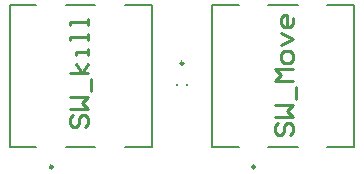
<source format=gto>
G04*
G04 #@! TF.GenerationSoftware,Altium Limited,Altium Designer,24.1.2 (44)*
G04*
G04 Layer_Color=10002730*
%FSLAX44Y44*%
%MOMM*%
G71*
G04*
G04 #@! TF.SameCoordinates,F4167936-B6C4-4533-BD87-858211744F6C*
G04*
G04*
G04 #@! TF.FilePolarity,Positive*
G04*
G01*
G75*
%ADD10C,0.2500*%
%ADD11C,0.2000*%
%ADD12C,0.2540*%
D10*
X221910Y95970D02*
G03*
X221910Y95970I-1250J0D01*
G01*
X50630D02*
G03*
X50630Y95970I-1250J0D01*
G01*
X161270Y183730D02*
G03*
X161270Y183730I-1250J0D01*
G01*
D11*
X233160Y232720D02*
X258160D01*
X233160Y112720D02*
X258160D01*
X283160D02*
X305660D01*
X283160Y232720D02*
X305660D01*
X185660Y112720D02*
X208160D01*
X305660D02*
Y232720D01*
X185660D02*
X208160D01*
X185660Y112720D02*
Y232720D01*
X61880D02*
X86880D01*
X61880Y112720D02*
X86880D01*
X111880D02*
X134380D01*
X111880Y232720D02*
X134380D01*
X14380Y112720D02*
X36880D01*
X134380D02*
Y232720D01*
X14380D02*
X36880D01*
X14380Y112720D02*
Y232720D01*
X155520Y165230D02*
Y166230D01*
X164520Y165230D02*
Y166230D01*
D12*
X241452Y133093D02*
X238913Y130554D01*
Y125476D01*
X241452Y122936D01*
X243991D01*
X246530Y125476D01*
Y130554D01*
X249070Y133093D01*
X251609D01*
X254148Y130554D01*
Y125476D01*
X251609Y122936D01*
X238913Y138172D02*
X254148D01*
X249070Y143250D01*
X254148Y148328D01*
X238913D01*
X256687Y153407D02*
Y163563D01*
X254148Y168642D02*
X238913D01*
X243991Y173720D01*
X238913Y178798D01*
X254148D01*
Y186416D02*
Y191494D01*
X251609Y194033D01*
X246530D01*
X243991Y191494D01*
Y186416D01*
X246530Y183877D01*
X251609D01*
X254148Y186416D01*
X243991Y199112D02*
X254148Y204190D01*
X243991Y209268D01*
X254148Y221964D02*
Y216886D01*
X251609Y214347D01*
X246530D01*
X243991Y216886D01*
Y221964D01*
X246530Y224504D01*
X249070D01*
Y214347D01*
X68032Y139712D02*
X65493Y137172D01*
Y132094D01*
X68032Y129555D01*
X70571D01*
X73110Y132094D01*
Y137172D01*
X75650Y139712D01*
X78189D01*
X80728Y137172D01*
Y132094D01*
X78189Y129555D01*
X65493Y144790D02*
X80728D01*
X75650Y149868D01*
X80728Y154947D01*
X65493D01*
X83267Y160025D02*
Y170182D01*
X80728Y175260D02*
X65493D01*
X75650D02*
X70571Y182878D01*
X75650Y175260D02*
X80728Y182878D01*
Y190495D02*
Y195573D01*
Y193034D01*
X70571D01*
Y190495D01*
X80728Y203191D02*
Y208269D01*
Y205730D01*
X65493D01*
Y203191D01*
X80728Y215887D02*
Y220965D01*
Y218426D01*
X65493D01*
Y215887D01*
M02*

</source>
